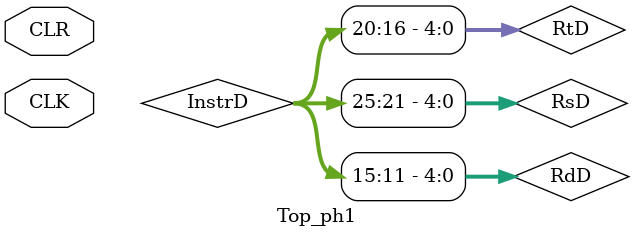
<source format=v>
module Top_ph1(input CLK , CLR);
  
  //////////////////////////////////////// Parameters ////////////////////////////////////////
  
  parameter WIDTH = 32;
  
  /////////////////////////////////// Wires : Hazard Unit ////////////////////////////////////
  
  wire [1:0] ForwardAE,ForwardBE;
  wire StallF,StallD,FlushE;
  
  //////////////////////////////////// Wires : STAGE F ///////////////////////////////////////
  
  wire [WIDTH-1:0] PC,PCPlus4F,RDF;
  reg [WIDTH-1:0] PCF;
  
  //////////////////////////////////// wires : STAGE D ///////////////////////////////////////
  
  wire [WIDTH-1:0] RD1D,RD2D,SignImmD;
  reg [WIDTH-1:0] InstrD,PCPlus4D;
  wire [4:0] RsD,RtD,RdD;
  wire [3:0] ALUControlD;
  wire MemtoRegD, MemWriteD,ALUSrcD, RegDstD, RegWriteD,BranchD,BNED,ExtendD;
  
  //////////////////////////////////// wires : STAGE E ///////////////////////////////////////
  
  reg [WIDTH-1:0] RD1E,RD2E,SignImmE,PCPlus4E;
  wire [WIDTH-1:0] SrcAE, SrcBE,ALUOutE,WriteDataE,PCBranchE;
  reg [4:0] RsE,RtE,RdE;
  wire [4:0] WriteRegE;
  reg [3:0] ALUControlE;
  wire PCSrcE,ZeroE;
  reg RegWriteE,MemtoRegE,MemWriteE,RegDstE,ALUSrcE,BranchE,BNEE;
  
  //////////////////////////////////// wires : STAGE M ///////////////////////////////////////
  
  reg [WIDTH-1:0] ALUOutM,WriteDataM;
  wire [WIDTH-1:0] ReadDataM;
  reg [4:0] WriteRegM;
  reg RegWriteM,MemtoRegM,MemWriteM;
  
  //////////////////////////////////// wires : STAGE W ///////////////////////////////////////
  
  wire [WIDTH-1:0] ResultW;
  reg [WIDTH-1:0] ReadDataW,ALUOutW;
  reg [4:0] WriteRegW;
  reg RegWriteW,MemtoRegW;
  
  /////////////////////////////////////// Always Block ///////////////////////////////////////
  
  always@(posedge CLK) begin
  
  //////////////////////////////////// Reseting : STAGE F ////////////////////////////////////
    
    if( ~CLR )begin
      PCF <= 32'b0;
      
  //////////////////////////////////// Reseting : STAGE D ////////////////////////////////////
  
      InstrD <= 32'b0;
      PCPlus4D <= 32'b0;
    
  //////////////////////////////////// Reseting : STAGE E ////////////////////////////////////
  
      RegWriteE <= 1'b0;
      BNEE <= 1'b0;
      MemtoRegE <= 1'b0;
      MemWriteE <= 1'b0;
      ALUSrcE <= 1'b0;
      RegDstE <= 1'b0;
      BranchE <= 1'b0;
      ALUControlE <= 4'b0;
      RD1E <= 32'b0;
      RD2E <= 32'b0;
      RsE <= 5'b0;
      RtE <= 5'b0;
      RdE <= 5'b0;
      SignImmE <= 32'b0;
      PCPlus4E <= 32'b0;
    
  //////////////////////////////////// Reseting : STAGE M ////////////////////////////////////
    
      RegWriteM <= 1'b0;
      MemtoRegM <= 1'b0;
      MemWriteM <= 1'b0;
      ALUOutM <= 32'b0;
      WriteDataM <= 32'b0;
      WriteRegM <= 5'b0;
    
  //////////////////////////////////// Reseting : STAGE W ////////////////////////////////////
    
      RegWriteW <= 1'b0;
      MemtoRegW <= 1'b0;
      ReadDataW <= 32'b0;
      ALUOutW <= 32'b0;
      WriteRegW <= 5'b0;
    end
      
  /////////////////////////////////// Assignment : STAGE F ///////////////////////////////////
    
    else begin
      if( ~StallF )
        PCF <= PC;
      
  /////////////////////////////////// Assignment : STAGE D ///////////////////////////////////
  
      if( ~StallD )begin
        InstrD <= RDF;
        PCPlus4D <= PCPlus4F;
      end
    
  /////////////////////////////////// Assignment : STAGE E ///////////////////////////////////
  
      RegWriteE <= RegWriteD;
      BNEE <= BNED;
      MemtoRegE <= MemtoRegD;
      MemWriteE <= MemWriteD;
      ALUSrcE <= ALUSrcD;
      RegDstE <= RegDstD;
      BranchE <= BranchD;
      ALUControlE <= ALUControlD;
      RD1E <= RD1D;
      RD2E <= RD2D;
      RsE <= RsD;
      RtE <= RtD;
      RdE <= RdD;
      SignImmE <= SignImmD;
      PCPlus4E <= PCPlus4D;
  
  /////////////////////////////////// Assignment : STAGE M ///////////////////////////////////
  
      RegWriteM <= RegWriteE;
      MemtoRegM <= MemtoRegE;
      MemWriteM <= MemWriteE;
      ALUOutM <= ALUOutE;
      WriteDataM <= WriteDataE;
      WriteRegM <= WriteRegE;
  
  /////////////////////////////////// Assignment : STAGE W ///////////////////////////////////
  
      RegWriteW <= RegWriteM;
      MemtoRegW <= MemtoRegM;
      ReadDataW <= ReadDataM;
      ALUOutW <= ALUOutM;
      WriteRegW <= WriteRegM;
    end
    
    //////////////////////////////////// Flushing : STAGE E ////////////////////////////////////
    
    if(FlushE)begin
      RegWriteE <= 1'b0;
      BNEE <= 1'b0;
      MemtoRegE <= 1'b0;
      MemWriteE <= 1'b0;
      ALUSrcE <= 1'b0;
      RegDstE <= 1'b0;
      BranchE <= 1'b0;
      ALUControlE <= 4'b0;
      RD1E <= 32'b0;
      RD2E <= 32'b0;
      RsE <= 5'b0;
      RtE <= 5'b0;
      RdE <= 5'b0;
      SignImmE <= 32'b0;
      PCPlus4E <= 32'b0;
    end
  end
  
  ///////////////////////////// Modules & Assigns : Hazard Unit //////////////////////////////
  
  Hazard_Unit hu(CLK,CLR,RsD,RtD,RsE,RtE,MemtoRegE,WriteRegM,RegWriteM,
                    RegWriteW,WriteRegW,PCSrcE,StallF,StallD,FlushE,ForwardAE,ForwardBE);
  
  /////////////////////////////// Modules & Assigns : STAGE F ////////////////////////////////
  
  Instruction_Memory im(PCF[7:2],RDF);
  assign PCPlus4F = 32'd4 + PCF;
  assign PC = PCSrcE ? PCBranchE : PCPlus4F;
  
  /////////////////////////////// Modules & Assigns : STAGE D ////////////////////////////////
  
  Register_File rf(CLK,RegWriteW,InstrD[25:21], InstrD[20:16], WriteRegW, ResultW,RD1D,RD2D);
  Control_Unit cu(InstrD[31:26], InstrD[5:0],MemtoRegD, MemWriteD,ALUSrcD, RegDstD, RegWriteD,BranchD,
                  BNED,ExtendD,ALUControlD);
  assign RsD = InstrD[25:21];
  assign RtD = InstrD[20:16];
  assign RdD = InstrD[15:11];
  assign SignImmD = (ExtendD)?{ {16{InstrD[15]}},InstrD[15:0] }:{ 16'b0,InstrD[15:0] };
  
  /////////////////////////////// Modules & Assigns : STAGE E ////////////////////////////////
  
  ALU alu(SrcAE, SrcBE, ALUControlE, ALUOutE,ZeroE);
  assign WriteRegE = RegDstE ? RdE : RtE;
  assign PCSrcE = BranchE & (BNEE ^ ZeroE);
  assign SrcAE = (ForwardAE==2'b00) ? RD1E:
                 (ForwardAE==2'b01) ? ResultW:
                 (ForwardAE==2'b10) ? ALUOutM:32'b0;
  assign WriteDataE = (ForwardBE==2'b00) ? RD2E:
                 (ForwardBE==2'b01) ? ResultW:
                 (ForwardBE==2'b10) ? ALUOutM:32'b0;
  assign SrcBE = ALUSrcE ? SignImmE : WriteDataE;
  assign PCBranchE = PCPlus4E + (SignImmE<<2);
    
  /////////////////////////////// Modules & Assigns : STAGE M ////////////////////////////////
  
  Data_Memory dm(CLK, MemWriteM, ALUOutM, WriteDataM, ReadDataM);
  
  /////////////////////////////// Modules & Assigns : STAGE W ////////////////////////////////
  
  assign ResultW = MemtoRegW ? ReadDataW : ALUOutW;
endmodule
</source>
